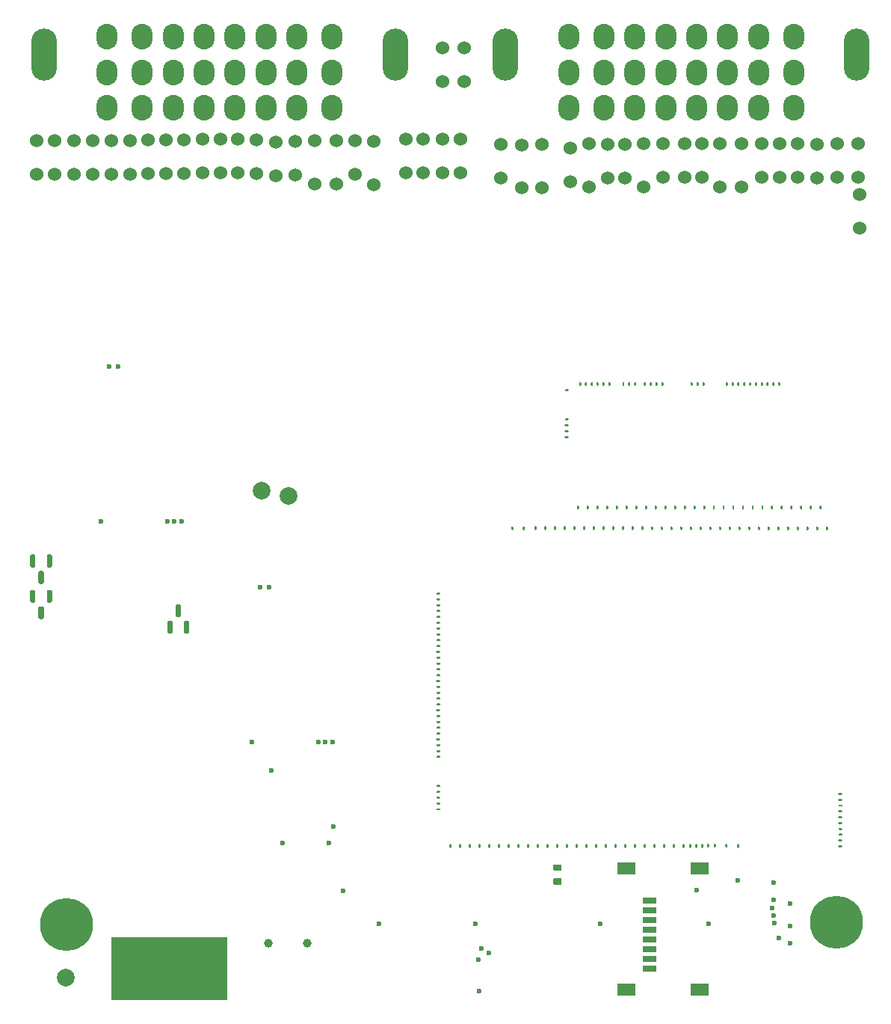
<source format=gbs>
G04 #@! TF.GenerationSoftware,KiCad,Pcbnew,(6.0.1)*
G04 #@! TF.CreationDate,2022-09-05T21:28:12+03:00*
G04 #@! TF.ProjectId,alphax_4ch,616c7068-6178-45f3-9463-682e6b696361,a*
G04 #@! TF.SameCoordinates,PX141f5e0PYa2cace0*
G04 #@! TF.FileFunction,Soldermask,Bot*
G04 #@! TF.FilePolarity,Negative*
%FSLAX46Y46*%
G04 Gerber Fmt 4.6, Leading zero omitted, Abs format (unit mm)*
G04 Created by KiCad (PCBNEW (6.0.1)) date 2022-09-05 21:28:12*
%MOMM*%
%LPD*%
G01*
G04 APERTURE LIST*
%ADD10C,0.120000*%
%ADD11C,2.000000*%
%ADD12C,0.599999*%
%ADD13C,1.524000*%
%ADD14C,6.000000*%
%ADD15O,2.900000X5.900000*%
%ADD16O,2.400000X2.900000*%
%ADD17C,1.000000*%
%ADD18R,1.500000X0.800000*%
%ADD19R,2.000000X1.450000*%
G04 APERTURE END LIST*
D10*
G04 #@! TO.C,U4*
X9850000Y200000D02*
X9850000Y7200000D01*
X9850000Y7200000D02*
X22850000Y7200000D01*
X22850000Y7200000D02*
X22850000Y200000D01*
X22850000Y200000D02*
X9850000Y200000D01*
G36*
X22850000Y200000D02*
G01*
X9850000Y200000D01*
X9850000Y7200000D01*
X22850000Y7200000D01*
X22850000Y200000D01*
G37*
X22850000Y200000D02*
X9850000Y200000D01*
X9850000Y7200000D01*
X22850000Y7200000D01*
X22850000Y200000D01*
G04 #@! TD*
D11*
G04 #@! TO.C,J11*
X29900000Y57190000D03*
G04 #@! TD*
G04 #@! TO.C,J10*
X26830000Y57710000D03*
G04 #@! TD*
D12*
G04 #@! TO.C,M4*
X84894889Y11474986D03*
X86729899Y11049978D03*
X84679891Y10499981D03*
X84894886Y9625022D03*
X84969893Y8774999D03*
X86729899Y8449983D03*
X85419899Y7150016D03*
X86729899Y6499999D03*
X80804884Y13675002D03*
X84879890Y13375000D03*
G04 #@! TD*
D13*
G04 #@! TO.C,R8*
X76750000Y93245000D03*
X76750000Y97055000D03*
G04 #@! TD*
D14*
G04 #@! TO.C,J8*
X4803000Y8619000D03*
G04 #@! TD*
D13*
G04 #@! TO.C,R59*
X45200000Y97505000D03*
X45200000Y93695000D03*
G04 #@! TD*
G04 #@! TO.C,R9*
X74800000Y93245000D03*
X74800000Y97055000D03*
G04 #@! TD*
G04 #@! TO.C,R68*
X24200000Y93695000D03*
X24200000Y97505000D03*
G04 #@! TD*
G04 #@! TO.C,F4*
X63950000Y97000000D03*
X63950000Y92100000D03*
G04 #@! TD*
G04 #@! TO.C,R91*
X94580000Y87485000D03*
X94580000Y91295000D03*
G04 #@! TD*
G04 #@! TO.C,M5*
G36*
G01*
X61299998Y63946477D02*
X61549998Y63946477D01*
G75*
G02*
X61674998Y63821477I0J-125000D01*
G01*
X61674998Y63821477D01*
G75*
G02*
X61549998Y63696477I-125000J0D01*
G01*
X61299998Y63696477D01*
G75*
G02*
X61174998Y63821477I0J125000D01*
G01*
X61174998Y63821477D01*
G75*
G02*
X61299998Y63946477I125000J0D01*
G01*
G37*
G36*
G01*
X61299998Y64606478D02*
X61549998Y64606478D01*
G75*
G02*
X61674998Y64481478I0J-125000D01*
G01*
X61674998Y64481478D01*
G75*
G02*
X61549998Y64356478I-125000J0D01*
G01*
X61299998Y64356478D01*
G75*
G02*
X61174998Y64481478I0J125000D01*
G01*
X61174998Y64481478D01*
G75*
G02*
X61299998Y64606478I125000J0D01*
G01*
G37*
G36*
G01*
X61299998Y65266479D02*
X61549998Y65266479D01*
G75*
G02*
X61674998Y65141479I0J-125000D01*
G01*
X61674998Y65141479D01*
G75*
G02*
X61549998Y65016479I-125000J0D01*
G01*
X61299998Y65016479D01*
G75*
G02*
X61174998Y65141479I0J125000D01*
G01*
X61174998Y65141479D01*
G75*
G02*
X61299998Y65266479I125000J0D01*
G01*
G37*
G36*
G01*
X61299998Y65926480D02*
X61549998Y65926480D01*
G75*
G02*
X61674998Y65801480I0J-125000D01*
G01*
X61674998Y65801480D01*
G75*
G02*
X61549998Y65676480I-125000J0D01*
G01*
X61299998Y65676480D01*
G75*
G02*
X61174998Y65801480I0J125000D01*
G01*
X61174998Y65801480D01*
G75*
G02*
X61299998Y65926480I125000J0D01*
G01*
G37*
G36*
G01*
X61299998Y69226487D02*
X61549998Y69226487D01*
G75*
G02*
X61674998Y69101487I0J-125000D01*
G01*
X61674998Y69101487D01*
G75*
G02*
X61549998Y68976487I-125000J0D01*
G01*
X61299998Y68976487D01*
G75*
G02*
X61174998Y69101487I0J125000D01*
G01*
X61174998Y69101487D01*
G75*
G02*
X61299998Y69226487I125000J0D01*
G01*
G37*
G36*
G01*
X90070000Y55727684D02*
X90070000Y55977684D01*
G75*
G02*
X90195000Y56102684I125000J0D01*
G01*
X90195000Y56102684D01*
G75*
G02*
X90320000Y55977684I0J-125000D01*
G01*
X90320000Y55727684D01*
G75*
G02*
X90195000Y55602684I-125000J0D01*
G01*
X90195000Y55602684D01*
G75*
G02*
X90070000Y55727684I0J125000D01*
G01*
G37*
G36*
G01*
X89219996Y55977684D02*
X89219996Y55727684D01*
G75*
G02*
X89094996Y55602684I-125000J0D01*
G01*
X89094996Y55602684D01*
G75*
G02*
X88969996Y55727684I0J125000D01*
G01*
X88969996Y55977684D01*
G75*
G02*
X89094996Y56102684I125000J0D01*
G01*
X89094996Y56102684D01*
G75*
G02*
X89219996Y55977684I0J-125000D01*
G01*
G37*
G36*
G01*
X88119995Y55977684D02*
X88119995Y55727684D01*
G75*
G02*
X87994995Y55602684I-125000J0D01*
G01*
X87994995Y55602684D01*
G75*
G02*
X87869995Y55727684I0J125000D01*
G01*
X87869995Y55977684D01*
G75*
G02*
X87994995Y56102684I125000J0D01*
G01*
X87994995Y56102684D01*
G75*
G02*
X88119995Y55977684I0J-125000D01*
G01*
G37*
G36*
G01*
X87019998Y55977684D02*
X87019998Y55727684D01*
G75*
G02*
X86894998Y55602684I-125000J0D01*
G01*
X86894998Y55602684D01*
G75*
G02*
X86769998Y55727684I0J125000D01*
G01*
X86769998Y55977684D01*
G75*
G02*
X86894998Y56102684I125000J0D01*
G01*
X86894998Y56102684D01*
G75*
G02*
X87019998Y55977684I0J-125000D01*
G01*
G37*
G36*
G01*
X85920000Y55977684D02*
X85920000Y55727684D01*
G75*
G02*
X85795000Y55602684I-125000J0D01*
G01*
X85795000Y55602684D01*
G75*
G02*
X85670000Y55727684I0J125000D01*
G01*
X85670000Y55977684D01*
G75*
G02*
X85795000Y56102684I125000J0D01*
G01*
X85795000Y56102684D01*
G75*
G02*
X85920000Y55977684I0J-125000D01*
G01*
G37*
G36*
G01*
X84820002Y55977684D02*
X84820002Y55727684D01*
G75*
G02*
X84695002Y55602684I-125000J0D01*
G01*
X84695002Y55602684D01*
G75*
G02*
X84570002Y55727684I0J125000D01*
G01*
X84570002Y55977684D01*
G75*
G02*
X84695002Y56102684I125000J0D01*
G01*
X84695002Y56102684D01*
G75*
G02*
X84820002Y55977684I0J-125000D01*
G01*
G37*
G36*
G01*
X83720004Y55977684D02*
X83720004Y55727684D01*
G75*
G02*
X83595004Y55602684I-125000J0D01*
G01*
X83595004Y55602684D01*
G75*
G02*
X83470004Y55727684I0J125000D01*
G01*
X83470004Y55977684D01*
G75*
G02*
X83595004Y56102684I125000J0D01*
G01*
X83595004Y56102684D01*
G75*
G02*
X83720004Y55977684I0J-125000D01*
G01*
G37*
G36*
G01*
X82620006Y55977684D02*
X82620006Y55727684D01*
G75*
G02*
X82495006Y55602684I-125000J0D01*
G01*
X82495006Y55602684D01*
G75*
G02*
X82370006Y55727684I0J125000D01*
G01*
X82370006Y55977684D01*
G75*
G02*
X82495006Y56102684I125000J0D01*
G01*
X82495006Y56102684D01*
G75*
G02*
X82620006Y55977684I0J-125000D01*
G01*
G37*
G36*
G01*
X81520009Y55977684D02*
X81520009Y55727684D01*
G75*
G02*
X81395009Y55602684I-125000J0D01*
G01*
X81395009Y55602684D01*
G75*
G02*
X81270009Y55727684I0J125000D01*
G01*
X81270009Y55977684D01*
G75*
G02*
X81395009Y56102684I125000J0D01*
G01*
X81395009Y56102684D01*
G75*
G02*
X81520009Y55977684I0J-125000D01*
G01*
G37*
G36*
G01*
X80420011Y55977684D02*
X80420011Y55727684D01*
G75*
G02*
X80295011Y55602684I-125000J0D01*
G01*
X80295011Y55602684D01*
G75*
G02*
X80170011Y55727684I0J125000D01*
G01*
X80170011Y55977684D01*
G75*
G02*
X80295011Y56102684I125000J0D01*
G01*
X80295011Y56102684D01*
G75*
G02*
X80420011Y55977684I0J-125000D01*
G01*
G37*
G36*
G01*
X79320013Y55977684D02*
X79320013Y55727684D01*
G75*
G02*
X79195013Y55602684I-125000J0D01*
G01*
X79195013Y55602684D01*
G75*
G02*
X79070013Y55727684I0J125000D01*
G01*
X79070013Y55977684D01*
G75*
G02*
X79195013Y56102684I125000J0D01*
G01*
X79195013Y56102684D01*
G75*
G02*
X79320013Y55977684I0J-125000D01*
G01*
G37*
G36*
G01*
X78220015Y55977684D02*
X78220015Y55727684D01*
G75*
G02*
X78095015Y55602684I-125000J0D01*
G01*
X78095015Y55602684D01*
G75*
G02*
X77970015Y55727684I0J125000D01*
G01*
X77970015Y55977684D01*
G75*
G02*
X78095015Y56102684I125000J0D01*
G01*
X78095015Y56102684D01*
G75*
G02*
X78220015Y55977684I0J-125000D01*
G01*
G37*
G36*
G01*
X77120017Y55977684D02*
X77120017Y55727684D01*
G75*
G02*
X76995017Y55602684I-125000J0D01*
G01*
X76995017Y55602684D01*
G75*
G02*
X76870017Y55727684I0J125000D01*
G01*
X76870017Y55977684D01*
G75*
G02*
X76995017Y56102684I125000J0D01*
G01*
X76995017Y56102684D01*
G75*
G02*
X77120017Y55977684I0J-125000D01*
G01*
G37*
G36*
G01*
X76020020Y55977684D02*
X76020020Y55727684D01*
G75*
G02*
X75895020Y55602684I-125000J0D01*
G01*
X75895020Y55602684D01*
G75*
G02*
X75770020Y55727684I0J125000D01*
G01*
X75770020Y55977684D01*
G75*
G02*
X75895020Y56102684I125000J0D01*
G01*
X75895020Y56102684D01*
G75*
G02*
X76020020Y55977684I0J-125000D01*
G01*
G37*
G36*
G01*
X74920022Y55977684D02*
X74920022Y55727684D01*
G75*
G02*
X74795022Y55602684I-125000J0D01*
G01*
X74795022Y55602684D01*
G75*
G02*
X74670022Y55727684I0J125000D01*
G01*
X74670022Y55977684D01*
G75*
G02*
X74795022Y56102684I125000J0D01*
G01*
X74795022Y56102684D01*
G75*
G02*
X74920022Y55977684I0J-125000D01*
G01*
G37*
G36*
G01*
X73820024Y55977684D02*
X73820024Y55727684D01*
G75*
G02*
X73695024Y55602684I-125000J0D01*
G01*
X73695024Y55602684D01*
G75*
G02*
X73570024Y55727684I0J125000D01*
G01*
X73570024Y55977684D01*
G75*
G02*
X73695024Y56102684I125000J0D01*
G01*
X73695024Y56102684D01*
G75*
G02*
X73820024Y55977684I0J-125000D01*
G01*
G37*
G36*
G01*
X72720026Y55977684D02*
X72720026Y55727684D01*
G75*
G02*
X72595026Y55602684I-125000J0D01*
G01*
X72595026Y55602684D01*
G75*
G02*
X72470026Y55727684I0J125000D01*
G01*
X72470026Y55977684D01*
G75*
G02*
X72595026Y56102684I125000J0D01*
G01*
X72595026Y56102684D01*
G75*
G02*
X72720026Y55977684I0J-125000D01*
G01*
G37*
G36*
G01*
X71620028Y55977684D02*
X71620028Y55727684D01*
G75*
G02*
X71495028Y55602684I-125000J0D01*
G01*
X71495028Y55602684D01*
G75*
G02*
X71370028Y55727684I0J125000D01*
G01*
X71370028Y55977684D01*
G75*
G02*
X71495028Y56102684I125000J0D01*
G01*
X71495028Y56102684D01*
G75*
G02*
X71620028Y55977684I0J-125000D01*
G01*
G37*
G36*
G01*
X70520031Y55977684D02*
X70520031Y55727684D01*
G75*
G02*
X70395031Y55602684I-125000J0D01*
G01*
X70395031Y55602684D01*
G75*
G02*
X70270031Y55727684I0J125000D01*
G01*
X70270031Y55977684D01*
G75*
G02*
X70395031Y56102684I125000J0D01*
G01*
X70395031Y56102684D01*
G75*
G02*
X70520031Y55977684I0J-125000D01*
G01*
G37*
G36*
G01*
X69420033Y55977684D02*
X69420033Y55727684D01*
G75*
G02*
X69295033Y55602684I-125000J0D01*
G01*
X69295033Y55602684D01*
G75*
G02*
X69170033Y55727684I0J125000D01*
G01*
X69170033Y55977684D01*
G75*
G02*
X69295033Y56102684I125000J0D01*
G01*
X69295033Y56102684D01*
G75*
G02*
X69420033Y55977684I0J-125000D01*
G01*
G37*
G36*
G01*
X68320035Y55977684D02*
X68320035Y55727684D01*
G75*
G02*
X68195035Y55602684I-125000J0D01*
G01*
X68195035Y55602684D01*
G75*
G02*
X68070035Y55727684I0J125000D01*
G01*
X68070035Y55977684D01*
G75*
G02*
X68195035Y56102684I125000J0D01*
G01*
X68195035Y56102684D01*
G75*
G02*
X68320035Y55977684I0J-125000D01*
G01*
G37*
G36*
G01*
X67220037Y55977684D02*
X67220037Y55727684D01*
G75*
G02*
X67095037Y55602684I-125000J0D01*
G01*
X67095037Y55602684D01*
G75*
G02*
X66970037Y55727684I0J125000D01*
G01*
X66970037Y55977684D01*
G75*
G02*
X67095037Y56102684I125000J0D01*
G01*
X67095037Y56102684D01*
G75*
G02*
X67220037Y55977684I0J-125000D01*
G01*
G37*
G36*
G01*
X66120039Y55977684D02*
X66120039Y55727684D01*
G75*
G02*
X65995039Y55602684I-125000J0D01*
G01*
X65995039Y55602684D01*
G75*
G02*
X65870039Y55727684I0J125000D01*
G01*
X65870039Y55977684D01*
G75*
G02*
X65995039Y56102684I125000J0D01*
G01*
X65995039Y56102684D01*
G75*
G02*
X66120039Y55977684I0J-125000D01*
G01*
G37*
G36*
G01*
X65020042Y55977684D02*
X65020042Y55727684D01*
G75*
G02*
X64895042Y55602684I-125000J0D01*
G01*
X64895042Y55602684D01*
G75*
G02*
X64770042Y55727684I0J125000D01*
G01*
X64770042Y55977684D01*
G75*
G02*
X64895042Y56102684I125000J0D01*
G01*
X64895042Y56102684D01*
G75*
G02*
X65020042Y55977684I0J-125000D01*
G01*
G37*
G36*
G01*
X63920044Y55977684D02*
X63920044Y55727684D01*
G75*
G02*
X63795044Y55602684I-125000J0D01*
G01*
X63795044Y55602684D01*
G75*
G02*
X63670044Y55727684I0J125000D01*
G01*
X63670044Y55977684D01*
G75*
G02*
X63795044Y56102684I125000J0D01*
G01*
X63795044Y56102684D01*
G75*
G02*
X63920044Y55977684I0J-125000D01*
G01*
G37*
G36*
G01*
X62820046Y55977684D02*
X62820046Y55727684D01*
G75*
G02*
X62695046Y55602684I-125000J0D01*
G01*
X62695046Y55602684D01*
G75*
G02*
X62570046Y55727684I0J125000D01*
G01*
X62570046Y55977684D01*
G75*
G02*
X62695046Y56102684I125000J0D01*
G01*
X62695046Y56102684D01*
G75*
G02*
X62820046Y55977684I0J-125000D01*
G01*
G37*
G36*
G01*
X63070990Y69939683D02*
X63070990Y69689683D01*
G75*
G02*
X62945990Y69564683I-125000J0D01*
G01*
X62945990Y69564683D01*
G75*
G02*
X62820990Y69689683I0J125000D01*
G01*
X62820990Y69939683D01*
G75*
G02*
X62945990Y70064683I125000J0D01*
G01*
X62945990Y70064683D01*
G75*
G02*
X63070990Y69939683I0J-125000D01*
G01*
G37*
G36*
G01*
X63730992Y69939683D02*
X63730992Y69689683D01*
G75*
G02*
X63605992Y69564683I-125000J0D01*
G01*
X63605992Y69564683D01*
G75*
G02*
X63480992Y69689683I0J125000D01*
G01*
X63480992Y69939683D01*
G75*
G02*
X63605992Y70064683I125000J0D01*
G01*
X63605992Y70064683D01*
G75*
G02*
X63730992Y69939683I0J-125000D01*
G01*
G37*
G36*
G01*
X64390993Y69939683D02*
X64390993Y69689683D01*
G75*
G02*
X64265993Y69564683I-125000J0D01*
G01*
X64265993Y69564683D01*
G75*
G02*
X64140993Y69689683I0J125000D01*
G01*
X64140993Y69939683D01*
G75*
G02*
X64265993Y70064683I125000J0D01*
G01*
X64265993Y70064683D01*
G75*
G02*
X64390993Y69939683I0J-125000D01*
G01*
G37*
G36*
G01*
X65050994Y69939683D02*
X65050994Y69689683D01*
G75*
G02*
X64925994Y69564683I-125000J0D01*
G01*
X64925994Y69564683D01*
G75*
G02*
X64800994Y69689683I0J125000D01*
G01*
X64800994Y69939683D01*
G75*
G02*
X64925994Y70064683I125000J0D01*
G01*
X64925994Y70064683D01*
G75*
G02*
X65050994Y69939683I0J-125000D01*
G01*
G37*
G36*
G01*
X65710995Y69939683D02*
X65710995Y69689683D01*
G75*
G02*
X65585995Y69564683I-125000J0D01*
G01*
X65585995Y69564683D01*
G75*
G02*
X65460995Y69689683I0J125000D01*
G01*
X65460995Y69939683D01*
G75*
G02*
X65585995Y70064683I125000J0D01*
G01*
X65585995Y70064683D01*
G75*
G02*
X65710995Y69939683I0J-125000D01*
G01*
G37*
G36*
G01*
X66370997Y69939683D02*
X66370997Y69689683D01*
G75*
G02*
X66245997Y69564683I-125000J0D01*
G01*
X66245997Y69564683D01*
G75*
G02*
X66120997Y69689683I0J125000D01*
G01*
X66120997Y69939683D01*
G75*
G02*
X66245997Y70064683I125000J0D01*
G01*
X66245997Y70064683D01*
G75*
G02*
X66370997Y69939683I0J-125000D01*
G01*
G37*
G36*
G01*
X67971994Y69939683D02*
X67971994Y69689683D01*
G75*
G02*
X67846994Y69564683I-125000J0D01*
G01*
X67846994Y69564683D01*
G75*
G02*
X67721994Y69689683I0J125000D01*
G01*
X67721994Y69939683D01*
G75*
G02*
X67846994Y70064683I125000J0D01*
G01*
X67846994Y70064683D01*
G75*
G02*
X67971994Y69939683I0J-125000D01*
G01*
G37*
G36*
G01*
X68631995Y69939683D02*
X68631995Y69689683D01*
G75*
G02*
X68506995Y69564683I-125000J0D01*
G01*
X68506995Y69564683D01*
G75*
G02*
X68381995Y69689683I0J125000D01*
G01*
X68381995Y69939683D01*
G75*
G02*
X68506995Y70064683I125000J0D01*
G01*
X68506995Y70064683D01*
G75*
G02*
X68631995Y69939683I0J-125000D01*
G01*
G37*
G36*
G01*
X69291997Y69939683D02*
X69291997Y69689683D01*
G75*
G02*
X69166997Y69564683I-125000J0D01*
G01*
X69166997Y69564683D01*
G75*
G02*
X69041997Y69689683I0J125000D01*
G01*
X69041997Y69939683D01*
G75*
G02*
X69166997Y70064683I125000J0D01*
G01*
X69166997Y70064683D01*
G75*
G02*
X69291997Y69939683I0J-125000D01*
G01*
G37*
G36*
G01*
X70412896Y69939683D02*
X70412896Y69689683D01*
G75*
G02*
X70287896Y69564683I-125000J0D01*
G01*
X70287896Y69564683D01*
G75*
G02*
X70162896Y69689683I0J125000D01*
G01*
X70162896Y69939683D01*
G75*
G02*
X70287896Y70064683I125000J0D01*
G01*
X70287896Y70064683D01*
G75*
G02*
X70412896Y69939683I0J-125000D01*
G01*
G37*
G36*
G01*
X71072897Y69939683D02*
X71072897Y69689683D01*
G75*
G02*
X70947897Y69564683I-125000J0D01*
G01*
X70947897Y69564683D01*
G75*
G02*
X70822897Y69689683I0J125000D01*
G01*
X70822897Y69939683D01*
G75*
G02*
X70947897Y70064683I125000J0D01*
G01*
X70947897Y70064683D01*
G75*
G02*
X71072897Y69939683I0J-125000D01*
G01*
G37*
G36*
G01*
X71732898Y69939683D02*
X71732898Y69689683D01*
G75*
G02*
X71607898Y69564683I-125000J0D01*
G01*
X71607898Y69564683D01*
G75*
G02*
X71482898Y69689683I0J125000D01*
G01*
X71482898Y69939683D01*
G75*
G02*
X71607898Y70064683I125000J0D01*
G01*
X71607898Y70064683D01*
G75*
G02*
X71732898Y69939683I0J-125000D01*
G01*
G37*
G36*
G01*
X72392900Y69939683D02*
X72392900Y69689683D01*
G75*
G02*
X72267900Y69564683I-125000J0D01*
G01*
X72267900Y69564683D01*
G75*
G02*
X72142900Y69689683I0J125000D01*
G01*
X72142900Y69939683D01*
G75*
G02*
X72267900Y70064683I125000J0D01*
G01*
X72267900Y70064683D01*
G75*
G02*
X72392900Y69939683I0J-125000D01*
G01*
G37*
G36*
G01*
X75718994Y69939683D02*
X75718994Y69689683D01*
G75*
G02*
X75593994Y69564683I-125000J0D01*
G01*
X75593994Y69564683D01*
G75*
G02*
X75468994Y69689683I0J125000D01*
G01*
X75468994Y69939683D01*
G75*
G02*
X75593994Y70064683I125000J0D01*
G01*
X75593994Y70064683D01*
G75*
G02*
X75718994Y69939683I0J-125000D01*
G01*
G37*
G36*
G01*
X76378995Y69939683D02*
X76378995Y69689683D01*
G75*
G02*
X76253995Y69564683I-125000J0D01*
G01*
X76253995Y69564683D01*
G75*
G02*
X76128995Y69689683I0J125000D01*
G01*
X76128995Y69939683D01*
G75*
G02*
X76253995Y70064683I125000J0D01*
G01*
X76253995Y70064683D01*
G75*
G02*
X76378995Y69939683I0J-125000D01*
G01*
G37*
G36*
G01*
X77038997Y69939683D02*
X77038997Y69689683D01*
G75*
G02*
X76913997Y69564683I-125000J0D01*
G01*
X76913997Y69564683D01*
G75*
G02*
X76788997Y69689683I0J125000D01*
G01*
X76788997Y69939683D01*
G75*
G02*
X76913997Y70064683I125000J0D01*
G01*
X76913997Y70064683D01*
G75*
G02*
X77038997Y69939683I0J-125000D01*
G01*
G37*
G36*
G01*
X79684988Y69939683D02*
X79684988Y69689683D01*
G75*
G02*
X79559988Y69564683I-125000J0D01*
G01*
X79559988Y69564683D01*
G75*
G02*
X79434988Y69689683I0J125000D01*
G01*
X79434988Y69939683D01*
G75*
G02*
X79559988Y70064683I125000J0D01*
G01*
X79559988Y70064683D01*
G75*
G02*
X79684988Y69939683I0J-125000D01*
G01*
G37*
G36*
G01*
X80344989Y69939683D02*
X80344989Y69689683D01*
G75*
G02*
X80219989Y69564683I-125000J0D01*
G01*
X80219989Y69564683D01*
G75*
G02*
X80094989Y69689683I0J125000D01*
G01*
X80094989Y69939683D01*
G75*
G02*
X80219989Y70064683I125000J0D01*
G01*
X80219989Y70064683D01*
G75*
G02*
X80344989Y69939683I0J-125000D01*
G01*
G37*
G36*
G01*
X81004991Y69939683D02*
X81004991Y69689683D01*
G75*
G02*
X80879991Y69564683I-125000J0D01*
G01*
X80879991Y69564683D01*
G75*
G02*
X80754991Y69689683I0J125000D01*
G01*
X80754991Y69939683D01*
G75*
G02*
X80879991Y70064683I125000J0D01*
G01*
X80879991Y70064683D01*
G75*
G02*
X81004991Y69939683I0J-125000D01*
G01*
G37*
G36*
G01*
X81664992Y69939683D02*
X81664992Y69689683D01*
G75*
G02*
X81539992Y69564683I-125000J0D01*
G01*
X81539992Y69564683D01*
G75*
G02*
X81414992Y69689683I0J125000D01*
G01*
X81414992Y69939683D01*
G75*
G02*
X81539992Y70064683I125000J0D01*
G01*
X81539992Y70064683D01*
G75*
G02*
X81664992Y69939683I0J-125000D01*
G01*
G37*
G36*
G01*
X82324993Y69939683D02*
X82324993Y69689683D01*
G75*
G02*
X82199993Y69564683I-125000J0D01*
G01*
X82199993Y69564683D01*
G75*
G02*
X82074993Y69689683I0J125000D01*
G01*
X82074993Y69939683D01*
G75*
G02*
X82199993Y70064683I125000J0D01*
G01*
X82199993Y70064683D01*
G75*
G02*
X82324993Y69939683I0J-125000D01*
G01*
G37*
G36*
G01*
X82984994Y69939683D02*
X82984994Y69689683D01*
G75*
G02*
X82859994Y69564683I-125000J0D01*
G01*
X82859994Y69564683D01*
G75*
G02*
X82734994Y69689683I0J125000D01*
G01*
X82734994Y69939683D01*
G75*
G02*
X82859994Y70064683I125000J0D01*
G01*
X82859994Y70064683D01*
G75*
G02*
X82984994Y69939683I0J-125000D01*
G01*
G37*
G36*
G01*
X83644996Y69939683D02*
X83644996Y69689683D01*
G75*
G02*
X83519996Y69564683I-125000J0D01*
G01*
X83519996Y69564683D01*
G75*
G02*
X83394996Y69689683I0J125000D01*
G01*
X83394996Y69939683D01*
G75*
G02*
X83519996Y70064683I125000J0D01*
G01*
X83519996Y70064683D01*
G75*
G02*
X83644996Y69939683I0J-125000D01*
G01*
G37*
G36*
G01*
X84304997Y69939683D02*
X84304997Y69689683D01*
G75*
G02*
X84179997Y69564683I-125000J0D01*
G01*
X84179997Y69564683D01*
G75*
G02*
X84054997Y69689683I0J125000D01*
G01*
X84054997Y69939683D01*
G75*
G02*
X84179997Y70064683I125000J0D01*
G01*
X84179997Y70064683D01*
G75*
G02*
X84304997Y69939683I0J-125000D01*
G01*
G37*
G36*
G01*
X84964998Y69939683D02*
X84964998Y69689683D01*
G75*
G02*
X84839998Y69564683I-125000J0D01*
G01*
X84839998Y69564683D01*
G75*
G02*
X84714998Y69689683I0J125000D01*
G01*
X84714998Y69939683D01*
G75*
G02*
X84839998Y70064683I125000J0D01*
G01*
X84839998Y70064683D01*
G75*
G02*
X84964998Y69939683I0J-125000D01*
G01*
G37*
G36*
G01*
X85625000Y69939683D02*
X85625000Y69689683D01*
G75*
G02*
X85500000Y69564683I-125000J0D01*
G01*
X85500000Y69564683D01*
G75*
G02*
X85375000Y69689683I0J125000D01*
G01*
X85375000Y69939683D01*
G75*
G02*
X85500000Y70064683I125000J0D01*
G01*
X85500000Y70064683D01*
G75*
G02*
X85625000Y69939683I0J-125000D01*
G01*
G37*
G04 #@! TD*
D15*
G04 #@! TO.C,P2*
X42000000Y107100000D03*
X2200000Y107100000D03*
D16*
X9350000Y101100000D03*
X13350000Y101100000D03*
X16850000Y101100000D03*
X20350000Y101100000D03*
X23850000Y101100000D03*
X27350000Y101100000D03*
X30850000Y101100000D03*
X34850000Y101100000D03*
X9350000Y105100000D03*
X13350000Y105100000D03*
X16850000Y105100000D03*
X20350000Y105100000D03*
X23850000Y105100000D03*
X27350000Y105100000D03*
X30850000Y105100000D03*
X34850000Y105100000D03*
X9350000Y109100000D03*
X13350000Y109100000D03*
X16850000Y109100000D03*
X20350000Y109100000D03*
X23850000Y109100000D03*
X27350000Y109100000D03*
X30850000Y109100000D03*
X34850000Y109100000D03*
G04 #@! TD*
D13*
G04 #@! TO.C,R11*
X47350000Y104095000D03*
X47350000Y107905000D03*
G04 #@! TD*
G04 #@! TO.C,R6*
X92050000Y93195000D03*
X92050000Y97005000D03*
G04 #@! TD*
G04 #@! TO.C,R60*
X43200000Y93695000D03*
X43200000Y97505000D03*
G04 #@! TD*
D17*
G04 #@! TO.C,J1*
X32000000Y6500000D03*
X27600000Y6500000D03*
G04 #@! TD*
D13*
G04 #@! TO.C,R66*
X3450000Y93561701D03*
X3450000Y97371701D03*
G04 #@! TD*
G04 #@! TO.C,R17*
X68050000Y93145000D03*
X68050000Y96955000D03*
G04 #@! TD*
G04 #@! TO.C,R63*
X22200000Y93695000D03*
X22200000Y97505000D03*
G04 #@! TD*
G04 #@! TO.C,R16*
X72350000Y93195000D03*
X72350000Y97005000D03*
G04 #@! TD*
G04 #@! TO.C,R70*
X11950000Y93595000D03*
X11950000Y97405000D03*
G04 #@! TD*
D12*
G04 #@! TO.C,M7*
X51750003Y5925001D03*
X52625005Y5400001D03*
X51450001Y4650003D03*
X51525004Y1100002D03*
G04 #@! TD*
G04 #@! TO.C,M1*
X27937888Y26083984D03*
X29262892Y17858984D03*
X34495386Y17876489D03*
X34987892Y19758985D03*
X36112878Y12408992D03*
G04 #@! TD*
G04 #@! TO.C,M3*
X25775000Y29300000D03*
X33275000Y29300000D03*
X34075000Y29300000D03*
X34875000Y29300000D03*
X27675000Y46825000D03*
X26675000Y46825000D03*
G04 #@! TD*
D13*
G04 #@! TO.C,R10*
X66100000Y93145000D03*
X66100000Y96955000D03*
G04 #@! TD*
G04 #@! TO.C,R62*
X28500000Y93395000D03*
X28500000Y97205000D03*
G04 #@! TD*
G04 #@! TO.C,R65*
X9850000Y93595000D03*
X9850000Y97405000D03*
G04 #@! TD*
G04 #@! TO.C,F7*
X32900000Y97399979D03*
X32900000Y92499979D03*
G04 #@! TD*
G04 #@! TO.C,R58*
X1347390Y93561701D03*
X1347390Y97371701D03*
G04 #@! TD*
G04 #@! TO.C,R56*
X14000000Y93645000D03*
X14000000Y97455000D03*
G04 #@! TD*
G04 #@! TO.C,R19*
X53950000Y93145000D03*
X53950000Y96955000D03*
G04 #@! TD*
G04 #@! TO.C,R67*
X26250000Y93645000D03*
X26250000Y97455000D03*
G04 #@! TD*
G04 #@! TO.C,F1*
X81196000Y96995000D03*
X81196000Y92095000D03*
G04 #@! TD*
G04 #@! TO.C,R14*
X89800000Y96955000D03*
X89800000Y93145000D03*
G04 #@! TD*
G04 #@! TO.C,R64*
X16050000Y93645000D03*
X16050000Y97455000D03*
G04 #@! TD*
G04 #@! TO.C,F3*
X70100000Y97000000D03*
X70100000Y92100000D03*
G04 #@! TD*
G04 #@! TO.C,R71*
X5600000Y93545000D03*
X5600000Y97355000D03*
G04 #@! TD*
G04 #@! TO.C,R61*
X30700000Y93445000D03*
X30700000Y97255000D03*
G04 #@! TD*
D14*
G04 #@! TO.C,J7*
X91948000Y8873000D03*
G04 #@! TD*
D13*
G04 #@! TO.C,R69*
X18050000Y93645000D03*
X18050000Y97455000D03*
G04 #@! TD*
G04 #@! TO.C,R55*
X20200000Y93695000D03*
X20200000Y97505000D03*
G04 #@! TD*
G04 #@! TO.C,F8*
X39600000Y97299979D03*
X39600000Y92399979D03*
G04 #@! TD*
G04 #@! TO.C,R54*
X37450000Y93595000D03*
X37450000Y97405000D03*
G04 #@! TD*
G04 #@! TO.C,R52*
X47400000Y93695000D03*
X47400000Y97505000D03*
G04 #@! TD*
G04 #@! TO.C,M6*
G36*
G01*
X46760503Y21803625D02*
X47010503Y21803625D01*
G75*
G02*
X47135503Y21678625I0J-125000D01*
G01*
X47135503Y21678625D01*
G75*
G02*
X47010503Y21553625I-125000J0D01*
G01*
X46760503Y21553625D01*
G75*
G02*
X46635503Y21678625I0J125000D01*
G01*
X46635503Y21678625D01*
G75*
G02*
X46760503Y21803625I125000J0D01*
G01*
G37*
G36*
G01*
X47010503Y22213623D02*
X46760503Y22213623D01*
G75*
G02*
X46635503Y22338623I0J125000D01*
G01*
X46635503Y22338623D01*
G75*
G02*
X46760503Y22463623I125000J0D01*
G01*
X47010503Y22463623D01*
G75*
G02*
X47135503Y22338623I0J-125000D01*
G01*
X47135503Y22338623D01*
G75*
G02*
X47010503Y22213623I-125000J0D01*
G01*
G37*
G36*
G01*
X47010503Y22873628D02*
X46760503Y22873628D01*
G75*
G02*
X46635503Y22998628I0J125000D01*
G01*
X46635503Y22998628D01*
G75*
G02*
X46760503Y23123628I125000J0D01*
G01*
X47010503Y23123628D01*
G75*
G02*
X47135503Y22998628I0J-125000D01*
G01*
X47135503Y22998628D01*
G75*
G02*
X47010503Y22873628I-125000J0D01*
G01*
G37*
G36*
G01*
X47010503Y23533623D02*
X46760503Y23533623D01*
G75*
G02*
X46635503Y23658623I0J125000D01*
G01*
X46635503Y23658623D01*
G75*
G02*
X46760503Y23783623I125000J0D01*
G01*
X47010503Y23783623D01*
G75*
G02*
X47135503Y23658623I0J-125000D01*
G01*
X47135503Y23658623D01*
G75*
G02*
X47010503Y23533623I-125000J0D01*
G01*
G37*
G36*
G01*
X47010503Y24193625D02*
X46760503Y24193625D01*
G75*
G02*
X46635503Y24318625I0J125000D01*
G01*
X46635503Y24318625D01*
G75*
G02*
X46760503Y24443625I125000J0D01*
G01*
X47010503Y24443625D01*
G75*
G02*
X47135503Y24318625I0J-125000D01*
G01*
X47135503Y24318625D01*
G75*
G02*
X47010503Y24193625I-125000J0D01*
G01*
G37*
G36*
G01*
X47010503Y27493626D02*
X46760503Y27493626D01*
G75*
G02*
X46635503Y27618626I0J125000D01*
G01*
X46635503Y27618626D01*
G75*
G02*
X46760503Y27743626I125000J0D01*
G01*
X47010503Y27743626D01*
G75*
G02*
X47135503Y27618626I0J-125000D01*
G01*
X47135503Y27618626D01*
G75*
G02*
X47010503Y27493626I-125000J0D01*
G01*
G37*
G36*
G01*
X47010503Y28153627D02*
X46760503Y28153627D01*
G75*
G02*
X46635503Y28278627I0J125000D01*
G01*
X46635503Y28278627D01*
G75*
G02*
X46760503Y28403627I125000J0D01*
G01*
X47010503Y28403627D01*
G75*
G02*
X47135503Y28278627I0J-125000D01*
G01*
X47135503Y28278627D01*
G75*
G02*
X47010503Y28153627I-125000J0D01*
G01*
G37*
G36*
G01*
X47010503Y28813629D02*
X46760503Y28813629D01*
G75*
G02*
X46635503Y28938629I0J125000D01*
G01*
X46635503Y28938629D01*
G75*
G02*
X46760503Y29063629I125000J0D01*
G01*
X47010503Y29063629D01*
G75*
G02*
X47135503Y28938629I0J-125000D01*
G01*
X47135503Y28938629D01*
G75*
G02*
X47010503Y28813629I-125000J0D01*
G01*
G37*
G36*
G01*
X47010503Y29473627D02*
X46760503Y29473627D01*
G75*
G02*
X46635503Y29598627I0J125000D01*
G01*
X46635503Y29598627D01*
G75*
G02*
X46760503Y29723627I125000J0D01*
G01*
X47010503Y29723627D01*
G75*
G02*
X47135503Y29598627I0J-125000D01*
G01*
X47135503Y29598627D01*
G75*
G02*
X47010503Y29473627I-125000J0D01*
G01*
G37*
G36*
G01*
X47010503Y30133629D02*
X46760503Y30133629D01*
G75*
G02*
X46635503Y30258629I0J125000D01*
G01*
X46635503Y30258629D01*
G75*
G02*
X46760503Y30383629I125000J0D01*
G01*
X47010503Y30383629D01*
G75*
G02*
X47135503Y30258629I0J-125000D01*
G01*
X47135503Y30258629D01*
G75*
G02*
X47010503Y30133629I-125000J0D01*
G01*
G37*
G36*
G01*
X47010503Y30793627D02*
X46760503Y30793627D01*
G75*
G02*
X46635503Y30918627I0J125000D01*
G01*
X46635503Y30918627D01*
G75*
G02*
X46760503Y31043627I125000J0D01*
G01*
X47010503Y31043627D01*
G75*
G02*
X47135503Y30918627I0J-125000D01*
G01*
X47135503Y30918627D01*
G75*
G02*
X47010503Y30793627I-125000J0D01*
G01*
G37*
G36*
G01*
X47010503Y31453628D02*
X46760503Y31453628D01*
G75*
G02*
X46635503Y31578628I0J125000D01*
G01*
X46635503Y31578628D01*
G75*
G02*
X46760503Y31703628I125000J0D01*
G01*
X47010503Y31703628D01*
G75*
G02*
X47135503Y31578628I0J-125000D01*
G01*
X47135503Y31578628D01*
G75*
G02*
X47010503Y31453628I-125000J0D01*
G01*
G37*
G36*
G01*
X47010503Y32113627D02*
X46760503Y32113627D01*
G75*
G02*
X46635503Y32238627I0J125000D01*
G01*
X46635503Y32238627D01*
G75*
G02*
X46760503Y32363627I125000J0D01*
G01*
X47010503Y32363627D01*
G75*
G02*
X47135503Y32238627I0J-125000D01*
G01*
X47135503Y32238627D01*
G75*
G02*
X47010503Y32113627I-125000J0D01*
G01*
G37*
G36*
G01*
X47010503Y32773628D02*
X46760503Y32773628D01*
G75*
G02*
X46635503Y32898628I0J125000D01*
G01*
X46635503Y32898628D01*
G75*
G02*
X46760503Y33023628I125000J0D01*
G01*
X47010503Y33023628D01*
G75*
G02*
X47135503Y32898628I0J-125000D01*
G01*
X47135503Y32898628D01*
G75*
G02*
X47010503Y32773628I-125000J0D01*
G01*
G37*
G36*
G01*
X47010503Y33433627D02*
X46760503Y33433627D01*
G75*
G02*
X46635503Y33558627I0J125000D01*
G01*
X46635503Y33558627D01*
G75*
G02*
X46760503Y33683627I125000J0D01*
G01*
X47010503Y33683627D01*
G75*
G02*
X47135503Y33558627I0J-125000D01*
G01*
X47135503Y33558627D01*
G75*
G02*
X47010503Y33433627I-125000J0D01*
G01*
G37*
G36*
G01*
X47010503Y34093628D02*
X46760503Y34093628D01*
G75*
G02*
X46635503Y34218628I0J125000D01*
G01*
X46635503Y34218628D01*
G75*
G02*
X46760503Y34343628I125000J0D01*
G01*
X47010503Y34343628D01*
G75*
G02*
X47135503Y34218628I0J-125000D01*
G01*
X47135503Y34218628D01*
G75*
G02*
X47010503Y34093628I-125000J0D01*
G01*
G37*
G36*
G01*
X47010503Y34753627D02*
X46760503Y34753627D01*
G75*
G02*
X46635503Y34878627I0J125000D01*
G01*
X46635503Y34878627D01*
G75*
G02*
X46760503Y35003627I125000J0D01*
G01*
X47010503Y35003627D01*
G75*
G02*
X47135503Y34878627I0J-125000D01*
G01*
X47135503Y34878627D01*
G75*
G02*
X47010503Y34753627I-125000J0D01*
G01*
G37*
G36*
G01*
X47010503Y35413628D02*
X46760503Y35413628D01*
G75*
G02*
X46635503Y35538628I0J125000D01*
G01*
X46635503Y35538628D01*
G75*
G02*
X46760503Y35663628I125000J0D01*
G01*
X47010503Y35663628D01*
G75*
G02*
X47135503Y35538628I0J-125000D01*
G01*
X47135503Y35538628D01*
G75*
G02*
X47010503Y35413628I-125000J0D01*
G01*
G37*
G36*
G01*
X47010503Y36073627D02*
X46760503Y36073627D01*
G75*
G02*
X46635503Y36198627I0J125000D01*
G01*
X46635503Y36198627D01*
G75*
G02*
X46760503Y36323627I125000J0D01*
G01*
X47010503Y36323627D01*
G75*
G02*
X47135503Y36198627I0J-125000D01*
G01*
X47135503Y36198627D01*
G75*
G02*
X47010503Y36073627I-125000J0D01*
G01*
G37*
G36*
G01*
X47010503Y36733628D02*
X46760503Y36733628D01*
G75*
G02*
X46635503Y36858628I0J125000D01*
G01*
X46635503Y36858628D01*
G75*
G02*
X46760503Y36983628I125000J0D01*
G01*
X47010503Y36983628D01*
G75*
G02*
X47135503Y36858628I0J-125000D01*
G01*
X47135503Y36858628D01*
G75*
G02*
X47010503Y36733628I-125000J0D01*
G01*
G37*
G36*
G01*
X47010503Y37393627D02*
X46760503Y37393627D01*
G75*
G02*
X46635503Y37518627I0J125000D01*
G01*
X46635503Y37518627D01*
G75*
G02*
X46760503Y37643627I125000J0D01*
G01*
X47010503Y37643627D01*
G75*
G02*
X47135503Y37518627I0J-125000D01*
G01*
X47135503Y37518627D01*
G75*
G02*
X47010503Y37393627I-125000J0D01*
G01*
G37*
G36*
G01*
X47010503Y38053628D02*
X46760503Y38053628D01*
G75*
G02*
X46635503Y38178628I0J125000D01*
G01*
X46635503Y38178628D01*
G75*
G02*
X46760503Y38303628I125000J0D01*
G01*
X47010503Y38303628D01*
G75*
G02*
X47135503Y38178628I0J-125000D01*
G01*
X47135503Y38178628D01*
G75*
G02*
X47010503Y38053628I-125000J0D01*
G01*
G37*
G36*
G01*
X47010503Y38713627D02*
X46760503Y38713627D01*
G75*
G02*
X46635503Y38838627I0J125000D01*
G01*
X46635503Y38838627D01*
G75*
G02*
X46760503Y38963627I125000J0D01*
G01*
X47010503Y38963627D01*
G75*
G02*
X47135503Y38838627I0J-125000D01*
G01*
X47135503Y38838627D01*
G75*
G02*
X47010503Y38713627I-125000J0D01*
G01*
G37*
G36*
G01*
X47010503Y39373628D02*
X46760503Y39373628D01*
G75*
G02*
X46635503Y39498628I0J125000D01*
G01*
X46635503Y39498628D01*
G75*
G02*
X46760503Y39623628I125000J0D01*
G01*
X47010503Y39623628D01*
G75*
G02*
X47135503Y39498628I0J-125000D01*
G01*
X47135503Y39498628D01*
G75*
G02*
X47010503Y39373628I-125000J0D01*
G01*
G37*
G36*
G01*
X47010503Y40033627D02*
X46760503Y40033627D01*
G75*
G02*
X46635503Y40158627I0J125000D01*
G01*
X46635503Y40158627D01*
G75*
G02*
X46760503Y40283627I125000J0D01*
G01*
X47010503Y40283627D01*
G75*
G02*
X47135503Y40158627I0J-125000D01*
G01*
X47135503Y40158627D01*
G75*
G02*
X47010503Y40033627I-125000J0D01*
G01*
G37*
G36*
G01*
X47010503Y40693628D02*
X46760503Y40693628D01*
G75*
G02*
X46635503Y40818628I0J125000D01*
G01*
X46635503Y40818628D01*
G75*
G02*
X46760503Y40943628I125000J0D01*
G01*
X47010503Y40943628D01*
G75*
G02*
X47135503Y40818628I0J-125000D01*
G01*
X47135503Y40818628D01*
G75*
G02*
X47010503Y40693628I-125000J0D01*
G01*
G37*
G36*
G01*
X47010503Y41353626D02*
X46760503Y41353626D01*
G75*
G02*
X46635503Y41478626I0J125000D01*
G01*
X46635503Y41478626D01*
G75*
G02*
X46760503Y41603626I125000J0D01*
G01*
X47010503Y41603626D01*
G75*
G02*
X47135503Y41478626I0J-125000D01*
G01*
X47135503Y41478626D01*
G75*
G02*
X47010503Y41353626I-125000J0D01*
G01*
G37*
G36*
G01*
X47010503Y42013628D02*
X46760503Y42013628D01*
G75*
G02*
X46635503Y42138628I0J125000D01*
G01*
X46635503Y42138628D01*
G75*
G02*
X46760503Y42263628I125000J0D01*
G01*
X47010503Y42263628D01*
G75*
G02*
X47135503Y42138628I0J-125000D01*
G01*
X47135503Y42138628D01*
G75*
G02*
X47010503Y42013628I-125000J0D01*
G01*
G37*
G36*
G01*
X47010503Y42673626D02*
X46760503Y42673626D01*
G75*
G02*
X46635503Y42798626I0J125000D01*
G01*
X46635503Y42798626D01*
G75*
G02*
X46760503Y42923626I125000J0D01*
G01*
X47010503Y42923626D01*
G75*
G02*
X47135503Y42798626I0J-125000D01*
G01*
X47135503Y42798626D01*
G75*
G02*
X47010503Y42673626I-125000J0D01*
G01*
G37*
G36*
G01*
X47010503Y43333628D02*
X46760503Y43333628D01*
G75*
G02*
X46635503Y43458628I0J125000D01*
G01*
X46635503Y43458628D01*
G75*
G02*
X46760503Y43583628I125000J0D01*
G01*
X47010503Y43583628D01*
G75*
G02*
X47135503Y43458628I0J-125000D01*
G01*
X47135503Y43458628D01*
G75*
G02*
X47010503Y43333628I-125000J0D01*
G01*
G37*
G36*
G01*
X47010503Y43993626D02*
X46760503Y43993626D01*
G75*
G02*
X46635503Y44118626I0J125000D01*
G01*
X46635503Y44118626D01*
G75*
G02*
X46760503Y44243626I125000J0D01*
G01*
X47010503Y44243626D01*
G75*
G02*
X47135503Y44118626I0J-125000D01*
G01*
X47135503Y44118626D01*
G75*
G02*
X47010503Y43993626I-125000J0D01*
G01*
G37*
G36*
G01*
X47010503Y44653627D02*
X46760503Y44653627D01*
G75*
G02*
X46635503Y44778627I0J125000D01*
G01*
X46635503Y44778627D01*
G75*
G02*
X46760503Y44903627I125000J0D01*
G01*
X47010503Y44903627D01*
G75*
G02*
X47135503Y44778627I0J-125000D01*
G01*
X47135503Y44778627D01*
G75*
G02*
X47010503Y44653627I-125000J0D01*
G01*
G37*
G36*
G01*
X47010503Y45313626D02*
X46760503Y45313626D01*
G75*
G02*
X46635503Y45438626I0J125000D01*
G01*
X46635503Y45438626D01*
G75*
G02*
X46760503Y45563626I125000J0D01*
G01*
X47010503Y45563626D01*
G75*
G02*
X47135503Y45438626I0J-125000D01*
G01*
X47135503Y45438626D01*
G75*
G02*
X47010503Y45313626I-125000J0D01*
G01*
G37*
G36*
G01*
X47010503Y45973627D02*
X46760503Y45973627D01*
G75*
G02*
X46635503Y46098627I0J125000D01*
G01*
X46635503Y46098627D01*
G75*
G02*
X46760503Y46223627I125000J0D01*
G01*
X47010503Y46223627D01*
G75*
G02*
X47135503Y46098627I0J-125000D01*
G01*
X47135503Y46098627D01*
G75*
G02*
X47010503Y45973627I-125000J0D01*
G01*
G37*
G36*
G01*
X80707501Y17426623D02*
X80707501Y17676623D01*
G75*
G02*
X80832501Y17801623I125000J0D01*
G01*
X80832501Y17801623D01*
G75*
G02*
X80957501Y17676623I0J-125000D01*
G01*
X80957501Y17426623D01*
G75*
G02*
X80832501Y17301623I-125000J0D01*
G01*
X80832501Y17301623D01*
G75*
G02*
X80707501Y17426623I0J125000D01*
G01*
G37*
G36*
G01*
X79637499Y17676623D02*
X79637499Y17426623D01*
G75*
G02*
X79512499Y17301623I-125000J0D01*
G01*
X79512499Y17301623D01*
G75*
G02*
X79387499Y17426623I0J125000D01*
G01*
X79387499Y17676623D01*
G75*
G02*
X79512499Y17801623I125000J0D01*
G01*
X79512499Y17801623D01*
G75*
G02*
X79637499Y17676623I0J-125000D01*
G01*
G37*
G36*
G01*
X78317496Y17676623D02*
X78317496Y17426623D01*
G75*
G02*
X78192496Y17301623I-125000J0D01*
G01*
X78192496Y17301623D01*
G75*
G02*
X78067496Y17426623I0J125000D01*
G01*
X78067496Y17676623D01*
G75*
G02*
X78192496Y17801623I125000J0D01*
G01*
X78192496Y17801623D01*
G75*
G02*
X78317496Y17676623I0J-125000D01*
G01*
G37*
G36*
G01*
X77557498Y17676623D02*
X77557498Y17426623D01*
G75*
G02*
X77432498Y17301623I-125000J0D01*
G01*
X77432498Y17301623D01*
G75*
G02*
X77307498Y17426623I0J125000D01*
G01*
X77307498Y17676623D01*
G75*
G02*
X77432498Y17801623I125000J0D01*
G01*
X77432498Y17801623D01*
G75*
G02*
X77557498Y17676623I0J-125000D01*
G01*
G37*
G36*
G01*
X76892495Y17676623D02*
X76892495Y17426623D01*
G75*
G02*
X76767495Y17301623I-125000J0D01*
G01*
X76767495Y17301623D01*
G75*
G02*
X76642495Y17426623I0J125000D01*
G01*
X76642495Y17676623D01*
G75*
G02*
X76767495Y17801623I125000J0D01*
G01*
X76767495Y17801623D01*
G75*
G02*
X76892495Y17676623I0J-125000D01*
G01*
G37*
G36*
G01*
X76227493Y17676623D02*
X76227493Y17426623D01*
G75*
G02*
X76102493Y17301623I-125000J0D01*
G01*
X76102493Y17301623D01*
G75*
G02*
X75977493Y17426623I0J125000D01*
G01*
X75977493Y17676623D01*
G75*
G02*
X76102493Y17801623I125000J0D01*
G01*
X76102493Y17801623D01*
G75*
G02*
X76227493Y17676623I0J-125000D01*
G01*
G37*
G36*
G01*
X75562503Y17676623D02*
X75562503Y17426623D01*
G75*
G02*
X75437503Y17301623I-125000J0D01*
G01*
X75437503Y17301623D01*
G75*
G02*
X75312503Y17426623I0J125000D01*
G01*
X75312503Y17676623D01*
G75*
G02*
X75437503Y17801623I125000J0D01*
G01*
X75437503Y17801623D01*
G75*
G02*
X75562503Y17676623I0J-125000D01*
G01*
G37*
G36*
G01*
X74787503Y17676623D02*
X74787503Y17426623D01*
G75*
G02*
X74662503Y17301623I-125000J0D01*
G01*
X74662503Y17301623D01*
G75*
G02*
X74537503Y17426623I0J125000D01*
G01*
X74537503Y17676623D01*
G75*
G02*
X74662503Y17801623I125000J0D01*
G01*
X74662503Y17801623D01*
G75*
G02*
X74787503Y17676623I0J-125000D01*
G01*
G37*
G36*
G01*
X73687505Y17676623D02*
X73687505Y17426623D01*
G75*
G02*
X73562505Y17301623I-125000J0D01*
G01*
X73562505Y17301623D01*
G75*
G02*
X73437505Y17426623I0J125000D01*
G01*
X73437505Y17676623D01*
G75*
G02*
X73562505Y17801623I125000J0D01*
G01*
X73562505Y17801623D01*
G75*
G02*
X73687505Y17676623I0J-125000D01*
G01*
G37*
G36*
G01*
X72587508Y17676623D02*
X72587508Y17426623D01*
G75*
G02*
X72462508Y17301623I-125000J0D01*
G01*
X72462508Y17301623D01*
G75*
G02*
X72337508Y17426623I0J125000D01*
G01*
X72337508Y17676623D01*
G75*
G02*
X72462508Y17801623I125000J0D01*
G01*
X72462508Y17801623D01*
G75*
G02*
X72587508Y17676623I0J-125000D01*
G01*
G37*
G36*
G01*
X71487510Y17676623D02*
X71487510Y17426623D01*
G75*
G02*
X71362510Y17301623I-125000J0D01*
G01*
X71362510Y17301623D01*
G75*
G02*
X71237510Y17426623I0J125000D01*
G01*
X71237510Y17676623D01*
G75*
G02*
X71362510Y17801623I125000J0D01*
G01*
X71362510Y17801623D01*
G75*
G02*
X71487510Y17676623I0J-125000D01*
G01*
G37*
G36*
G01*
X70387512Y17676623D02*
X70387512Y17426623D01*
G75*
G02*
X70262512Y17301623I-125000J0D01*
G01*
X70262512Y17301623D01*
G75*
G02*
X70137512Y17426623I0J125000D01*
G01*
X70137512Y17676623D01*
G75*
G02*
X70262512Y17801623I125000J0D01*
G01*
X70262512Y17801623D01*
G75*
G02*
X70387512Y17676623I0J-125000D01*
G01*
G37*
G36*
G01*
X69287514Y17676623D02*
X69287514Y17426623D01*
G75*
G02*
X69162514Y17301623I-125000J0D01*
G01*
X69162514Y17301623D01*
G75*
G02*
X69037514Y17426623I0J125000D01*
G01*
X69037514Y17676623D01*
G75*
G02*
X69162514Y17801623I125000J0D01*
G01*
X69162514Y17801623D01*
G75*
G02*
X69287514Y17676623I0J-125000D01*
G01*
G37*
G36*
G01*
X68187516Y17676623D02*
X68187516Y17426623D01*
G75*
G02*
X68062516Y17301623I-125000J0D01*
G01*
X68062516Y17301623D01*
G75*
G02*
X67937516Y17426623I0J125000D01*
G01*
X67937516Y17676623D01*
G75*
G02*
X68062516Y17801623I125000J0D01*
G01*
X68062516Y17801623D01*
G75*
G02*
X68187516Y17676623I0J-125000D01*
G01*
G37*
G36*
G01*
X67087519Y17676623D02*
X67087519Y17426623D01*
G75*
G02*
X66962519Y17301623I-125000J0D01*
G01*
X66962519Y17301623D01*
G75*
G02*
X66837519Y17426623I0J125000D01*
G01*
X66837519Y17676623D01*
G75*
G02*
X66962519Y17801623I125000J0D01*
G01*
X66962519Y17801623D01*
G75*
G02*
X67087519Y17676623I0J-125000D01*
G01*
G37*
G36*
G01*
X65987521Y17676623D02*
X65987521Y17426623D01*
G75*
G02*
X65862521Y17301623I-125000J0D01*
G01*
X65862521Y17301623D01*
G75*
G02*
X65737521Y17426623I0J125000D01*
G01*
X65737521Y17676623D01*
G75*
G02*
X65862521Y17801623I125000J0D01*
G01*
X65862521Y17801623D01*
G75*
G02*
X65987521Y17676623I0J-125000D01*
G01*
G37*
G36*
G01*
X64887523Y17676623D02*
X64887523Y17426623D01*
G75*
G02*
X64762523Y17301623I-125000J0D01*
G01*
X64762523Y17301623D01*
G75*
G02*
X64637523Y17426623I0J125000D01*
G01*
X64637523Y17676623D01*
G75*
G02*
X64762523Y17801623I125000J0D01*
G01*
X64762523Y17801623D01*
G75*
G02*
X64887523Y17676623I0J-125000D01*
G01*
G37*
G36*
G01*
X63787525Y17676623D02*
X63787525Y17426623D01*
G75*
G02*
X63662525Y17301623I-125000J0D01*
G01*
X63662525Y17301623D01*
G75*
G02*
X63537525Y17426623I0J125000D01*
G01*
X63537525Y17676623D01*
G75*
G02*
X63662525Y17801623I125000J0D01*
G01*
X63662525Y17801623D01*
G75*
G02*
X63787525Y17676623I0J-125000D01*
G01*
G37*
G36*
G01*
X62687527Y17676623D02*
X62687527Y17426623D01*
G75*
G02*
X62562527Y17301623I-125000J0D01*
G01*
X62562527Y17301623D01*
G75*
G02*
X62437527Y17426623I0J125000D01*
G01*
X62437527Y17676623D01*
G75*
G02*
X62562527Y17801623I125000J0D01*
G01*
X62562527Y17801623D01*
G75*
G02*
X62687527Y17676623I0J-125000D01*
G01*
G37*
G36*
G01*
X61587530Y17676623D02*
X61587530Y17426623D01*
G75*
G02*
X61462530Y17301623I-125000J0D01*
G01*
X61462530Y17301623D01*
G75*
G02*
X61337530Y17426623I0J125000D01*
G01*
X61337530Y17676623D01*
G75*
G02*
X61462530Y17801623I125000J0D01*
G01*
X61462530Y17801623D01*
G75*
G02*
X61587530Y17676623I0J-125000D01*
G01*
G37*
G36*
G01*
X60487532Y17676623D02*
X60487532Y17426623D01*
G75*
G02*
X60362532Y17301623I-125000J0D01*
G01*
X60362532Y17301623D01*
G75*
G02*
X60237532Y17426623I0J125000D01*
G01*
X60237532Y17676623D01*
G75*
G02*
X60362532Y17801623I125000J0D01*
G01*
X60362532Y17801623D01*
G75*
G02*
X60487532Y17676623I0J-125000D01*
G01*
G37*
G36*
G01*
X59387534Y17676623D02*
X59387534Y17426623D01*
G75*
G02*
X59262534Y17301623I-125000J0D01*
G01*
X59262534Y17301623D01*
G75*
G02*
X59137534Y17426623I0J125000D01*
G01*
X59137534Y17676623D01*
G75*
G02*
X59262534Y17801623I125000J0D01*
G01*
X59262534Y17801623D01*
G75*
G02*
X59387534Y17676623I0J-125000D01*
G01*
G37*
G36*
G01*
X58287536Y17676623D02*
X58287536Y17426623D01*
G75*
G02*
X58162536Y17301623I-125000J0D01*
G01*
X58162536Y17301623D01*
G75*
G02*
X58037536Y17426623I0J125000D01*
G01*
X58037536Y17676623D01*
G75*
G02*
X58162536Y17801623I125000J0D01*
G01*
X58162536Y17801623D01*
G75*
G02*
X58287536Y17676623I0J-125000D01*
G01*
G37*
G36*
G01*
X57187538Y17676623D02*
X57187538Y17426623D01*
G75*
G02*
X57062538Y17301623I-125000J0D01*
G01*
X57062538Y17301623D01*
G75*
G02*
X56937538Y17426623I0J125000D01*
G01*
X56937538Y17676623D01*
G75*
G02*
X57062538Y17801623I125000J0D01*
G01*
X57062538Y17801623D01*
G75*
G02*
X57187538Y17676623I0J-125000D01*
G01*
G37*
G36*
G01*
X56087541Y17676623D02*
X56087541Y17426623D01*
G75*
G02*
X55962541Y17301623I-125000J0D01*
G01*
X55962541Y17301623D01*
G75*
G02*
X55837541Y17426623I0J125000D01*
G01*
X55837541Y17676623D01*
G75*
G02*
X55962541Y17801623I125000J0D01*
G01*
X55962541Y17801623D01*
G75*
G02*
X56087541Y17676623I0J-125000D01*
G01*
G37*
G36*
G01*
X54987543Y17676623D02*
X54987543Y17426623D01*
G75*
G02*
X54862543Y17301623I-125000J0D01*
G01*
X54862543Y17301623D01*
G75*
G02*
X54737543Y17426623I0J125000D01*
G01*
X54737543Y17676623D01*
G75*
G02*
X54862543Y17801623I125000J0D01*
G01*
X54862543Y17801623D01*
G75*
G02*
X54987543Y17676623I0J-125000D01*
G01*
G37*
G36*
G01*
X53887545Y17676623D02*
X53887545Y17426623D01*
G75*
G02*
X53762545Y17301623I-125000J0D01*
G01*
X53762545Y17301623D01*
G75*
G02*
X53637545Y17426623I0J125000D01*
G01*
X53637545Y17676623D01*
G75*
G02*
X53762545Y17801623I125000J0D01*
G01*
X53762545Y17801623D01*
G75*
G02*
X53887545Y17676623I0J-125000D01*
G01*
G37*
G36*
G01*
X52787547Y17676623D02*
X52787547Y17426623D01*
G75*
G02*
X52662547Y17301623I-125000J0D01*
G01*
X52662547Y17301623D01*
G75*
G02*
X52537547Y17426623I0J125000D01*
G01*
X52537547Y17676623D01*
G75*
G02*
X52662547Y17801623I125000J0D01*
G01*
X52662547Y17801623D01*
G75*
G02*
X52787547Y17676623I0J-125000D01*
G01*
G37*
G36*
G01*
X51687549Y17676623D02*
X51687549Y17426623D01*
G75*
G02*
X51562549Y17301623I-125000J0D01*
G01*
X51562549Y17301623D01*
G75*
G02*
X51437549Y17426623I0J125000D01*
G01*
X51437549Y17676623D01*
G75*
G02*
X51562549Y17801623I125000J0D01*
G01*
X51562549Y17801623D01*
G75*
G02*
X51687549Y17676623I0J-125000D01*
G01*
G37*
G36*
G01*
X50587552Y17676623D02*
X50587552Y17426623D01*
G75*
G02*
X50462552Y17301623I-125000J0D01*
G01*
X50462552Y17301623D01*
G75*
G02*
X50337552Y17426623I0J125000D01*
G01*
X50337552Y17676623D01*
G75*
G02*
X50462552Y17801623I125000J0D01*
G01*
X50462552Y17801623D01*
G75*
G02*
X50587552Y17676623I0J-125000D01*
G01*
G37*
G36*
G01*
X49487554Y17676623D02*
X49487554Y17426623D01*
G75*
G02*
X49362554Y17301623I-125000J0D01*
G01*
X49362554Y17301623D01*
G75*
G02*
X49237554Y17426623I0J125000D01*
G01*
X49237554Y17676623D01*
G75*
G02*
X49362554Y17801623I125000J0D01*
G01*
X49362554Y17801623D01*
G75*
G02*
X49487554Y17676623I0J-125000D01*
G01*
G37*
G36*
G01*
X48387556Y17676623D02*
X48387556Y17426623D01*
G75*
G02*
X48262556Y17301623I-125000J0D01*
G01*
X48262556Y17301623D01*
G75*
G02*
X48137556Y17426623I0J125000D01*
G01*
X48137556Y17676623D01*
G75*
G02*
X48262556Y17801623I125000J0D01*
G01*
X48262556Y17801623D01*
G75*
G02*
X48387556Y17676623I0J-125000D01*
G01*
G37*
G36*
G01*
X55387499Y53605623D02*
X55387499Y53355623D01*
G75*
G02*
X55262499Y53230623I-125000J0D01*
G01*
X55262499Y53230623D01*
G75*
G02*
X55137499Y53355623I0J125000D01*
G01*
X55137499Y53605623D01*
G75*
G02*
X55262499Y53730623I125000J0D01*
G01*
X55262499Y53730623D01*
G75*
G02*
X55387499Y53605623I0J-125000D01*
G01*
G37*
G36*
G01*
X56457501Y53355623D02*
X56457501Y53605623D01*
G75*
G02*
X56582501Y53730623I125000J0D01*
G01*
X56582501Y53730623D01*
G75*
G02*
X56707501Y53605623I0J-125000D01*
G01*
X56707501Y53355623D01*
G75*
G02*
X56582501Y53230623I-125000J0D01*
G01*
X56582501Y53230623D01*
G75*
G02*
X56457501Y53355623I0J125000D01*
G01*
G37*
G36*
G01*
X57777504Y53355623D02*
X57777504Y53605623D01*
G75*
G02*
X57902504Y53730623I125000J0D01*
G01*
X57902504Y53730623D01*
G75*
G02*
X58027504Y53605623I0J-125000D01*
G01*
X58027504Y53355623D01*
G75*
G02*
X57902504Y53230623I-125000J0D01*
G01*
X57902504Y53230623D01*
G75*
G02*
X57777504Y53355623I0J125000D01*
G01*
G37*
G36*
G01*
X58877501Y53355623D02*
X58877501Y53605623D01*
G75*
G02*
X59002501Y53730623I125000J0D01*
G01*
X59002501Y53730623D01*
G75*
G02*
X59127501Y53605623I0J-125000D01*
G01*
X59127501Y53355623D01*
G75*
G02*
X59002501Y53230623I-125000J0D01*
G01*
X59002501Y53230623D01*
G75*
G02*
X58877501Y53355623I0J125000D01*
G01*
G37*
G36*
G01*
X59977499Y53355623D02*
X59977499Y53605623D01*
G75*
G02*
X60102499Y53730623I125000J0D01*
G01*
X60102499Y53730623D01*
G75*
G02*
X60227499Y53605623I0J-125000D01*
G01*
X60227499Y53355623D01*
G75*
G02*
X60102499Y53230623I-125000J0D01*
G01*
X60102499Y53230623D01*
G75*
G02*
X59977499Y53355623I0J125000D01*
G01*
G37*
G36*
G01*
X61077497Y53355623D02*
X61077497Y53605623D01*
G75*
G02*
X61202497Y53730623I125000J0D01*
G01*
X61202497Y53730623D01*
G75*
G02*
X61327497Y53605623I0J-125000D01*
G01*
X61327497Y53355623D01*
G75*
G02*
X61202497Y53230623I-125000J0D01*
G01*
X61202497Y53230623D01*
G75*
G02*
X61077497Y53355623I0J125000D01*
G01*
G37*
G36*
G01*
X62177495Y53355623D02*
X62177495Y53605623D01*
G75*
G02*
X62302495Y53730623I125000J0D01*
G01*
X62302495Y53730623D01*
G75*
G02*
X62427495Y53605623I0J-125000D01*
G01*
X62427495Y53355623D01*
G75*
G02*
X62302495Y53230623I-125000J0D01*
G01*
X62302495Y53230623D01*
G75*
G02*
X62177495Y53355623I0J125000D01*
G01*
G37*
G36*
G01*
X63277493Y53355623D02*
X63277493Y53605623D01*
G75*
G02*
X63402493Y53730623I125000J0D01*
G01*
X63402493Y53730623D01*
G75*
G02*
X63527493Y53605623I0J-125000D01*
G01*
X63527493Y53355623D01*
G75*
G02*
X63402493Y53230623I-125000J0D01*
G01*
X63402493Y53230623D01*
G75*
G02*
X63277493Y53355623I0J125000D01*
G01*
G37*
G36*
G01*
X64377490Y53355623D02*
X64377490Y53605623D01*
G75*
G02*
X64502490Y53730623I125000J0D01*
G01*
X64502490Y53730623D01*
G75*
G02*
X64627490Y53605623I0J-125000D01*
G01*
X64627490Y53355623D01*
G75*
G02*
X64502490Y53230623I-125000J0D01*
G01*
X64502490Y53230623D01*
G75*
G02*
X64377490Y53355623I0J125000D01*
G01*
G37*
G36*
G01*
X65477488Y53355623D02*
X65477488Y53605623D01*
G75*
G02*
X65602488Y53730623I125000J0D01*
G01*
X65602488Y53730623D01*
G75*
G02*
X65727488Y53605623I0J-125000D01*
G01*
X65727488Y53355623D01*
G75*
G02*
X65602488Y53230623I-125000J0D01*
G01*
X65602488Y53230623D01*
G75*
G02*
X65477488Y53355623I0J125000D01*
G01*
G37*
G36*
G01*
X66577486Y53355623D02*
X66577486Y53605623D01*
G75*
G02*
X66702486Y53730623I125000J0D01*
G01*
X66702486Y53730623D01*
G75*
G02*
X66827486Y53605623I0J-125000D01*
G01*
X66827486Y53355623D01*
G75*
G02*
X66702486Y53230623I-125000J0D01*
G01*
X66702486Y53230623D01*
G75*
G02*
X66577486Y53355623I0J125000D01*
G01*
G37*
G36*
G01*
X67677484Y53355623D02*
X67677484Y53605623D01*
G75*
G02*
X67802484Y53730623I125000J0D01*
G01*
X67802484Y53730623D01*
G75*
G02*
X67927484Y53605623I0J-125000D01*
G01*
X67927484Y53355623D01*
G75*
G02*
X67802484Y53230623I-125000J0D01*
G01*
X67802484Y53230623D01*
G75*
G02*
X67677484Y53355623I0J125000D01*
G01*
G37*
G36*
G01*
X68777482Y53355623D02*
X68777482Y53605623D01*
G75*
G02*
X68902482Y53730623I125000J0D01*
G01*
X68902482Y53730623D01*
G75*
G02*
X69027482Y53605623I0J-125000D01*
G01*
X69027482Y53355623D01*
G75*
G02*
X68902482Y53230623I-125000J0D01*
G01*
X68902482Y53230623D01*
G75*
G02*
X68777482Y53355623I0J125000D01*
G01*
G37*
G36*
G01*
X69877479Y53355623D02*
X69877479Y53605623D01*
G75*
G02*
X70002479Y53730623I125000J0D01*
G01*
X70002479Y53730623D01*
G75*
G02*
X70127479Y53605623I0J-125000D01*
G01*
X70127479Y53355623D01*
G75*
G02*
X70002479Y53230623I-125000J0D01*
G01*
X70002479Y53230623D01*
G75*
G02*
X69877479Y53355623I0J125000D01*
G01*
G37*
G36*
G01*
X70977477Y53355623D02*
X70977477Y53605623D01*
G75*
G02*
X71102477Y53730623I125000J0D01*
G01*
X71102477Y53730623D01*
G75*
G02*
X71227477Y53605623I0J-125000D01*
G01*
X71227477Y53355623D01*
G75*
G02*
X71102477Y53230623I-125000J0D01*
G01*
X71102477Y53230623D01*
G75*
G02*
X70977477Y53355623I0J125000D01*
G01*
G37*
G36*
G01*
X72077475Y53355623D02*
X72077475Y53605623D01*
G75*
G02*
X72202475Y53730623I125000J0D01*
G01*
X72202475Y53730623D01*
G75*
G02*
X72327475Y53605623I0J-125000D01*
G01*
X72327475Y53355623D01*
G75*
G02*
X72202475Y53230623I-125000J0D01*
G01*
X72202475Y53230623D01*
G75*
G02*
X72077475Y53355623I0J125000D01*
G01*
G37*
G36*
G01*
X73177473Y53355623D02*
X73177473Y53605623D01*
G75*
G02*
X73302473Y53730623I125000J0D01*
G01*
X73302473Y53730623D01*
G75*
G02*
X73427473Y53605623I0J-125000D01*
G01*
X73427473Y53355623D01*
G75*
G02*
X73302473Y53230623I-125000J0D01*
G01*
X73302473Y53230623D01*
G75*
G02*
X73177473Y53355623I0J125000D01*
G01*
G37*
G36*
G01*
X74277471Y53355623D02*
X74277471Y53605623D01*
G75*
G02*
X74402471Y53730623I125000J0D01*
G01*
X74402471Y53730623D01*
G75*
G02*
X74527471Y53605623I0J-125000D01*
G01*
X74527471Y53355623D01*
G75*
G02*
X74402471Y53230623I-125000J0D01*
G01*
X74402471Y53230623D01*
G75*
G02*
X74277471Y53355623I0J125000D01*
G01*
G37*
G36*
G01*
X75377468Y53355623D02*
X75377468Y53605623D01*
G75*
G02*
X75502468Y53730623I125000J0D01*
G01*
X75502468Y53730623D01*
G75*
G02*
X75627468Y53605623I0J-125000D01*
G01*
X75627468Y53355623D01*
G75*
G02*
X75502468Y53230623I-125000J0D01*
G01*
X75502468Y53230623D01*
G75*
G02*
X75377468Y53355623I0J125000D01*
G01*
G37*
G36*
G01*
X76477466Y53355623D02*
X76477466Y53605623D01*
G75*
G02*
X76602466Y53730623I125000J0D01*
G01*
X76602466Y53730623D01*
G75*
G02*
X76727466Y53605623I0J-125000D01*
G01*
X76727466Y53355623D01*
G75*
G02*
X76602466Y53230623I-125000J0D01*
G01*
X76602466Y53230623D01*
G75*
G02*
X76477466Y53355623I0J125000D01*
G01*
G37*
G36*
G01*
X77577464Y53355623D02*
X77577464Y53605623D01*
G75*
G02*
X77702464Y53730623I125000J0D01*
G01*
X77702464Y53730623D01*
G75*
G02*
X77827464Y53605623I0J-125000D01*
G01*
X77827464Y53355623D01*
G75*
G02*
X77702464Y53230623I-125000J0D01*
G01*
X77702464Y53230623D01*
G75*
G02*
X77577464Y53355623I0J125000D01*
G01*
G37*
G36*
G01*
X78677462Y53355623D02*
X78677462Y53605623D01*
G75*
G02*
X78802462Y53730623I125000J0D01*
G01*
X78802462Y53730623D01*
G75*
G02*
X78927462Y53605623I0J-125000D01*
G01*
X78927462Y53355623D01*
G75*
G02*
X78802462Y53230623I-125000J0D01*
G01*
X78802462Y53230623D01*
G75*
G02*
X78677462Y53355623I0J125000D01*
G01*
G37*
G36*
G01*
X79777460Y53355623D02*
X79777460Y53605623D01*
G75*
G02*
X79902460Y53730623I125000J0D01*
G01*
X79902460Y53730623D01*
G75*
G02*
X80027460Y53605623I0J-125000D01*
G01*
X80027460Y53355623D01*
G75*
G02*
X79902460Y53230623I-125000J0D01*
G01*
X79902460Y53230623D01*
G75*
G02*
X79777460Y53355623I0J125000D01*
G01*
G37*
G36*
G01*
X80877457Y53355623D02*
X80877457Y53605623D01*
G75*
G02*
X81002457Y53730623I125000J0D01*
G01*
X81002457Y53730623D01*
G75*
G02*
X81127457Y53605623I0J-125000D01*
G01*
X81127457Y53355623D01*
G75*
G02*
X81002457Y53230623I-125000J0D01*
G01*
X81002457Y53230623D01*
G75*
G02*
X80877457Y53355623I0J125000D01*
G01*
G37*
G36*
G01*
X81977455Y53355623D02*
X81977455Y53605623D01*
G75*
G02*
X82102455Y53730623I125000J0D01*
G01*
X82102455Y53730623D01*
G75*
G02*
X82227455Y53605623I0J-125000D01*
G01*
X82227455Y53355623D01*
G75*
G02*
X82102455Y53230623I-125000J0D01*
G01*
X82102455Y53230623D01*
G75*
G02*
X81977455Y53355623I0J125000D01*
G01*
G37*
G36*
G01*
X83077453Y53355623D02*
X83077453Y53605623D01*
G75*
G02*
X83202453Y53730623I125000J0D01*
G01*
X83202453Y53730623D01*
G75*
G02*
X83327453Y53605623I0J-125000D01*
G01*
X83327453Y53355623D01*
G75*
G02*
X83202453Y53230623I-125000J0D01*
G01*
X83202453Y53230623D01*
G75*
G02*
X83077453Y53355623I0J125000D01*
G01*
G37*
G36*
G01*
X84177451Y53355623D02*
X84177451Y53605623D01*
G75*
G02*
X84302451Y53730623I125000J0D01*
G01*
X84302451Y53730623D01*
G75*
G02*
X84427451Y53605623I0J-125000D01*
G01*
X84427451Y53355623D01*
G75*
G02*
X84302451Y53230623I-125000J0D01*
G01*
X84302451Y53230623D01*
G75*
G02*
X84177451Y53355623I0J125000D01*
G01*
G37*
G36*
G01*
X85277449Y53355623D02*
X85277449Y53605623D01*
G75*
G02*
X85402449Y53730623I125000J0D01*
G01*
X85402449Y53730623D01*
G75*
G02*
X85527449Y53605623I0J-125000D01*
G01*
X85527449Y53355623D01*
G75*
G02*
X85402449Y53230623I-125000J0D01*
G01*
X85402449Y53230623D01*
G75*
G02*
X85277449Y53355623I0J125000D01*
G01*
G37*
G36*
G01*
X86377446Y53355623D02*
X86377446Y53605623D01*
G75*
G02*
X86502446Y53730623I125000J0D01*
G01*
X86502446Y53730623D01*
G75*
G02*
X86627446Y53605623I0J-125000D01*
G01*
X86627446Y53355623D01*
G75*
G02*
X86502446Y53230623I-125000J0D01*
G01*
X86502446Y53230623D01*
G75*
G02*
X86377446Y53355623I0J125000D01*
G01*
G37*
G36*
G01*
X87477444Y53355623D02*
X87477444Y53605623D01*
G75*
G02*
X87602444Y53730623I125000J0D01*
G01*
X87602444Y53730623D01*
G75*
G02*
X87727444Y53605623I0J-125000D01*
G01*
X87727444Y53355623D01*
G75*
G02*
X87602444Y53230623I-125000J0D01*
G01*
X87602444Y53230623D01*
G75*
G02*
X87477444Y53355623I0J125000D01*
G01*
G37*
G36*
G01*
X88577442Y53355623D02*
X88577442Y53605623D01*
G75*
G02*
X88702442Y53730623I125000J0D01*
G01*
X88702442Y53730623D01*
G75*
G02*
X88827442Y53605623I0J-125000D01*
G01*
X88827442Y53355623D01*
G75*
G02*
X88702442Y53230623I-125000J0D01*
G01*
X88702442Y53230623D01*
G75*
G02*
X88577442Y53355623I0J125000D01*
G01*
G37*
G36*
G01*
X89677440Y53355623D02*
X89677440Y53605623D01*
G75*
G02*
X89802440Y53730623I125000J0D01*
G01*
X89802440Y53730623D01*
G75*
G02*
X89927440Y53605623I0J-125000D01*
G01*
X89927440Y53355623D01*
G75*
G02*
X89802440Y53230623I-125000J0D01*
G01*
X89802440Y53230623D01*
G75*
G02*
X89677440Y53355623I0J125000D01*
G01*
G37*
G36*
G01*
X90777438Y53355623D02*
X90777438Y53605623D01*
G75*
G02*
X90902438Y53730623I125000J0D01*
G01*
X90902438Y53730623D01*
G75*
G02*
X91027438Y53605623I0J-125000D01*
G01*
X91027438Y53355623D01*
G75*
G02*
X90902438Y53230623I-125000J0D01*
G01*
X90902438Y53230623D01*
G75*
G02*
X90777438Y53355623I0J125000D01*
G01*
G37*
G36*
G01*
X92287501Y23548623D02*
X92537501Y23548623D01*
G75*
G02*
X92662501Y23423623I0J-125000D01*
G01*
X92662501Y23423623D01*
G75*
G02*
X92537501Y23298623I-125000J0D01*
G01*
X92287501Y23298623D01*
G75*
G02*
X92162501Y23423623I0J125000D01*
G01*
X92162501Y23423623D01*
G75*
G02*
X92287501Y23548623I125000J0D01*
G01*
G37*
G36*
G01*
X92287501Y22888623D02*
X92537501Y22888623D01*
G75*
G02*
X92662501Y22763623I0J-125000D01*
G01*
X92662501Y22763623D01*
G75*
G02*
X92537501Y22638623I-125000J0D01*
G01*
X92287501Y22638623D01*
G75*
G02*
X92162501Y22763623I0J125000D01*
G01*
X92162501Y22763623D01*
G75*
G02*
X92287501Y22888623I125000J0D01*
G01*
G37*
G36*
G01*
X92287501Y22228621D02*
X92537501Y22228621D01*
G75*
G02*
X92662501Y22103621I0J-125000D01*
G01*
X92662501Y22103621D01*
G75*
G02*
X92537501Y21978621I-125000J0D01*
G01*
X92287501Y21978621D01*
G75*
G02*
X92162501Y22103621I0J125000D01*
G01*
X92162501Y22103621D01*
G75*
G02*
X92287501Y22228621I125000J0D01*
G01*
G37*
G36*
G01*
X92287501Y21568620D02*
X92537501Y21568620D01*
G75*
G02*
X92662501Y21443620I0J-125000D01*
G01*
X92662501Y21443620D01*
G75*
G02*
X92537501Y21318620I-125000J0D01*
G01*
X92287501Y21318620D01*
G75*
G02*
X92162501Y21443620I0J125000D01*
G01*
X92162501Y21443620D01*
G75*
G02*
X92287501Y21568620I125000J0D01*
G01*
G37*
G36*
G01*
X92287501Y20908618D02*
X92537501Y20908618D01*
G75*
G02*
X92662501Y20783618I0J-125000D01*
G01*
X92662501Y20783618D01*
G75*
G02*
X92537501Y20658618I-125000J0D01*
G01*
X92287501Y20658618D01*
G75*
G02*
X92162501Y20783618I0J125000D01*
G01*
X92162501Y20783618D01*
G75*
G02*
X92287501Y20908618I125000J0D01*
G01*
G37*
G36*
G01*
X92287501Y20248617D02*
X92537501Y20248617D01*
G75*
G02*
X92662501Y20123617I0J-125000D01*
G01*
X92662501Y20123617D01*
G75*
G02*
X92537501Y19998617I-125000J0D01*
G01*
X92287501Y19998617D01*
G75*
G02*
X92162501Y20123617I0J125000D01*
G01*
X92162501Y20123617D01*
G75*
G02*
X92287501Y20248617I125000J0D01*
G01*
G37*
G36*
G01*
X92287501Y19588616D02*
X92537501Y19588616D01*
G75*
G02*
X92662501Y19463616I0J-125000D01*
G01*
X92662501Y19463616D01*
G75*
G02*
X92537501Y19338616I-125000J0D01*
G01*
X92287501Y19338616D01*
G75*
G02*
X92162501Y19463616I0J125000D01*
G01*
X92162501Y19463616D01*
G75*
G02*
X92287501Y19588616I125000J0D01*
G01*
G37*
G36*
G01*
X92287501Y18928615D02*
X92537501Y18928615D01*
G75*
G02*
X92662501Y18803615I0J-125000D01*
G01*
X92662501Y18803615D01*
G75*
G02*
X92537501Y18678615I-125000J0D01*
G01*
X92287501Y18678615D01*
G75*
G02*
X92162501Y18803615I0J125000D01*
G01*
X92162501Y18803615D01*
G75*
G02*
X92287501Y18928615I125000J0D01*
G01*
G37*
G36*
G01*
X92287501Y18268613D02*
X92537501Y18268613D01*
G75*
G02*
X92662501Y18143613I0J-125000D01*
G01*
X92662501Y18143613D01*
G75*
G02*
X92537501Y18018613I-125000J0D01*
G01*
X92287501Y18018613D01*
G75*
G02*
X92162501Y18143613I0J125000D01*
G01*
X92162501Y18143613D01*
G75*
G02*
X92287501Y18268613I125000J0D01*
G01*
G37*
G36*
G01*
X92287501Y17608612D02*
X92537501Y17608612D01*
G75*
G02*
X92662501Y17483612I0J-125000D01*
G01*
X92662501Y17483612D01*
G75*
G02*
X92537501Y17358612I-125000J0D01*
G01*
X92287501Y17358612D01*
G75*
G02*
X92162501Y17483612I0J125000D01*
G01*
X92162501Y17483612D01*
G75*
G02*
X92287501Y17608612I125000J0D01*
G01*
G37*
G04 #@! TD*
G04 #@! TO.C,R15*
X83482000Y93190000D03*
X83482000Y97000000D03*
G04 #@! TD*
G04 #@! TO.C,R57*
X7700000Y93545000D03*
X7700000Y97355000D03*
G04 #@! TD*
G04 #@! TO.C,R53*
X49400000Y93695000D03*
X49400000Y97505000D03*
G04 #@! TD*
D12*
G04 #@! TO.C,M8*
X8675000Y54250000D03*
X16175000Y54250000D03*
X16975000Y54250000D03*
X17775000Y54250000D03*
X10575000Y71775000D03*
X9575000Y71775000D03*
G04 #@! TD*
D13*
G04 #@! TO.C,F9*
X35350000Y97349979D03*
X35350000Y92449979D03*
G04 #@! TD*
G04 #@! TO.C,R7*
X85514000Y93190000D03*
X85514000Y97000000D03*
G04 #@! TD*
G04 #@! TO.C,R13*
X94400000Y93245000D03*
X94400000Y97055000D03*
G04 #@! TD*
G04 #@! TO.C,R20*
X87546000Y93238000D03*
X87546000Y97048000D03*
G04 #@! TD*
D15*
G04 #@! TO.C,P1*
X94300000Y107100000D03*
X54500000Y107100000D03*
D16*
X61650000Y101100000D03*
X65650000Y101100000D03*
X69150000Y101100000D03*
X72650000Y101100000D03*
X76150000Y101100000D03*
X79650000Y101100000D03*
X83150000Y101100000D03*
X87150000Y101100000D03*
X61650000Y105100000D03*
X65650000Y105100000D03*
X69150000Y105100000D03*
X72650000Y105100000D03*
X76150000Y105100000D03*
X79650000Y105100000D03*
X83150000Y105100000D03*
X87150000Y105100000D03*
X61650000Y109100000D03*
X65650000Y109100000D03*
X69150000Y109100000D03*
X72650000Y109100000D03*
X76150000Y109100000D03*
X79650000Y109100000D03*
X83150000Y109100000D03*
X87150000Y109100000D03*
G04 #@! TD*
D13*
G04 #@! TO.C,F6*
X56300000Y96900000D03*
X56300000Y92000000D03*
G04 #@! TD*
D12*
G04 #@! TO.C,M2*
X40150002Y8749981D03*
X77513268Y8749981D03*
X65250000Y8749981D03*
X51050001Y8749981D03*
X76124995Y12549993D03*
G04 #@! TD*
D13*
G04 #@! TO.C,R12*
X49850000Y104045000D03*
X49850000Y107855000D03*
G04 #@! TD*
G04 #@! TO.C,R18*
X61850000Y92695000D03*
X61850000Y96505000D03*
G04 #@! TD*
G04 #@! TO.C,F5*
X58650000Y96945000D03*
X58650000Y92045000D03*
G04 #@! TD*
G04 #@! TO.C,F2*
X78800000Y97045000D03*
X78800000Y92145000D03*
G04 #@! TD*
G04 #@! TO.C,R96*
G36*
G01*
X60780000Y13150000D02*
X60000000Y13150000D01*
G75*
G02*
X59930000Y13220000I0J70000D01*
G01*
X59930000Y13780000D01*
G75*
G02*
X60000000Y13850000I70000J0D01*
G01*
X60780000Y13850000D01*
G75*
G02*
X60850000Y13780000I0J-70000D01*
G01*
X60850000Y13220000D01*
G75*
G02*
X60780000Y13150000I-70000J0D01*
G01*
G37*
G36*
G01*
X60780000Y14750000D02*
X60000000Y14750000D01*
G75*
G02*
X59930000Y14820000I0J70000D01*
G01*
X59930000Y15380000D01*
G75*
G02*
X60000000Y15450000I70000J0D01*
G01*
X60780000Y15450000D01*
G75*
G02*
X60850000Y15380000I0J-70000D01*
G01*
X60850000Y14820000D01*
G75*
G02*
X60780000Y14750000I-70000J0D01*
G01*
G37*
G04 #@! TD*
G04 #@! TO.C,D58*
G36*
G01*
X790000Y50525000D02*
X1090000Y50525000D01*
G75*
G02*
X1240000Y50375000I0J-150000D01*
G01*
X1240000Y49200000D01*
G75*
G02*
X1090000Y49050000I-150000J0D01*
G01*
X790000Y49050000D01*
G75*
G02*
X640000Y49200000I0J150000D01*
G01*
X640000Y50375000D01*
G75*
G02*
X790000Y50525000I150000J0D01*
G01*
G37*
G36*
G01*
X2690000Y50525000D02*
X2990000Y50525000D01*
G75*
G02*
X3140000Y50375000I0J-150000D01*
G01*
X3140000Y49200000D01*
G75*
G02*
X2990000Y49050000I-150000J0D01*
G01*
X2690000Y49050000D01*
G75*
G02*
X2540000Y49200000I0J150000D01*
G01*
X2540000Y50375000D01*
G75*
G02*
X2690000Y50525000I150000J0D01*
G01*
G37*
G36*
G01*
X1740000Y48650000D02*
X2040000Y48650000D01*
G75*
G02*
X2190000Y48500000I0J-150000D01*
G01*
X2190000Y47325000D01*
G75*
G02*
X2040000Y47175000I-150000J0D01*
G01*
X1740000Y47175000D01*
G75*
G02*
X1590000Y47325000I0J150000D01*
G01*
X1590000Y48500000D01*
G75*
G02*
X1740000Y48650000I150000J0D01*
G01*
G37*
G04 #@! TD*
D18*
G04 #@! TO.C,J9*
X70770000Y11310000D03*
X70770000Y10210000D03*
X70770000Y9110000D03*
X70770000Y8010000D03*
X70770000Y6910000D03*
X70770000Y5810000D03*
X70770000Y4710000D03*
X70770000Y3610000D03*
D19*
X68170000Y14985000D03*
X68170000Y1235000D03*
X76470000Y1235000D03*
X76470000Y14985000D03*
G04 #@! TD*
G04 #@! TO.C,D57*
G36*
G01*
X790000Y46525000D02*
X1090000Y46525000D01*
G75*
G02*
X1240000Y46375000I0J-150000D01*
G01*
X1240000Y45200000D01*
G75*
G02*
X1090000Y45050000I-150000J0D01*
G01*
X790000Y45050000D01*
G75*
G02*
X640000Y45200000I0J150000D01*
G01*
X640000Y46375000D01*
G75*
G02*
X790000Y46525000I150000J0D01*
G01*
G37*
G36*
G01*
X2690000Y46525000D02*
X2990000Y46525000D01*
G75*
G02*
X3140000Y46375000I0J-150000D01*
G01*
X3140000Y45200000D01*
G75*
G02*
X2990000Y45050000I-150000J0D01*
G01*
X2690000Y45050000D01*
G75*
G02*
X2540000Y45200000I0J150000D01*
G01*
X2540000Y46375000D01*
G75*
G02*
X2690000Y46525000I150000J0D01*
G01*
G37*
G36*
G01*
X1740000Y44650000D02*
X2040000Y44650000D01*
G75*
G02*
X2190000Y44500000I0J-150000D01*
G01*
X2190000Y43325000D01*
G75*
G02*
X2040000Y43175000I-150000J0D01*
G01*
X1740000Y43175000D01*
G75*
G02*
X1590000Y43325000I0J150000D01*
G01*
X1590000Y44500000D01*
G75*
G02*
X1740000Y44650000I150000J0D01*
G01*
G37*
G04 #@! TD*
D11*
G04 #@! TO.C,J4*
X4700000Y2600000D03*
G04 #@! TD*
G04 #@! TO.C,D59*
G36*
G01*
X18530000Y41565000D02*
X18230000Y41565000D01*
G75*
G02*
X18080000Y41715000I0J150000D01*
G01*
X18080000Y42890000D01*
G75*
G02*
X18230000Y43040000I150000J0D01*
G01*
X18530000Y43040000D01*
G75*
G02*
X18680000Y42890000I0J-150000D01*
G01*
X18680000Y41715000D01*
G75*
G02*
X18530000Y41565000I-150000J0D01*
G01*
G37*
G36*
G01*
X16630000Y41565000D02*
X16330000Y41565000D01*
G75*
G02*
X16180000Y41715000I0J150000D01*
G01*
X16180000Y42890000D01*
G75*
G02*
X16330000Y43040000I150000J0D01*
G01*
X16630000Y43040000D01*
G75*
G02*
X16780000Y42890000I0J-150000D01*
G01*
X16780000Y41715000D01*
G75*
G02*
X16630000Y41565000I-150000J0D01*
G01*
G37*
G36*
G01*
X17580000Y43440000D02*
X17280000Y43440000D01*
G75*
G02*
X17130000Y43590000I0J150000D01*
G01*
X17130000Y44765000D01*
G75*
G02*
X17280000Y44915000I150000J0D01*
G01*
X17580000Y44915000D01*
G75*
G02*
X17730000Y44765000I0J-150000D01*
G01*
X17730000Y43590000D01*
G75*
G02*
X17580000Y43440000I-150000J0D01*
G01*
G37*
G04 #@! TD*
M02*

</source>
